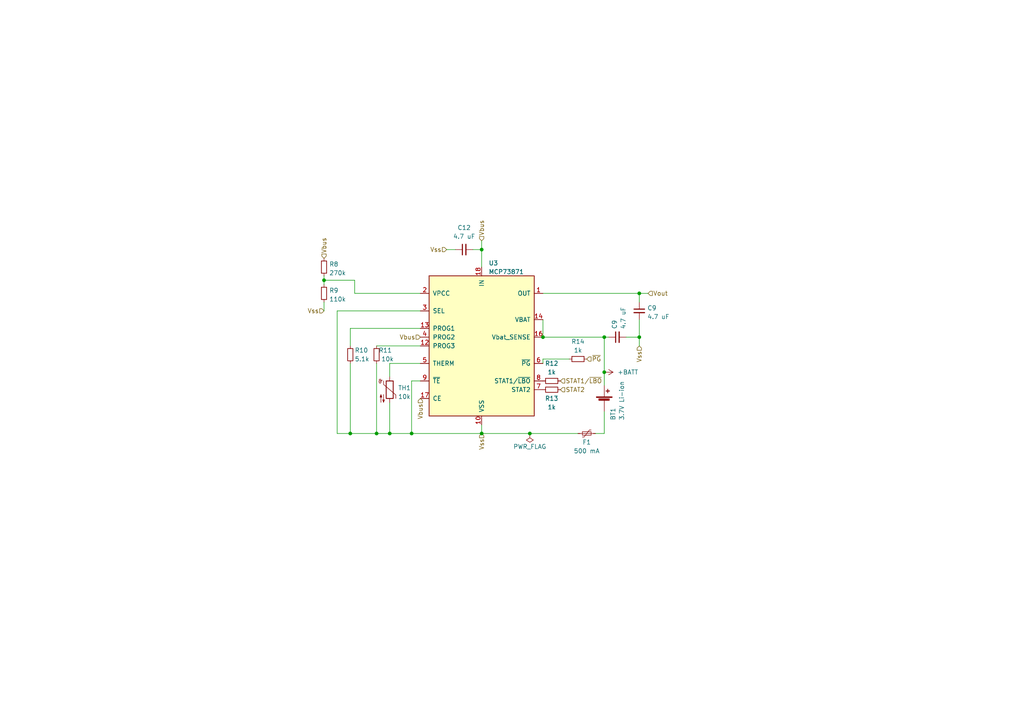
<source format=kicad_sch>
(kicad_sch (version 20230121) (generator eeschema)
  (paper "A4")
  (lib_symbols
    (symbol "Battery_Management:MCP73871" (pin_names (offset 1.016))
      (property "Reference" "U" (at -7.62 24.13 0))
      (property "Value" "MCP73871" (at -15.24 21.59 0))
      (symbol "MCP73871_0_1"
        (rectangle (start -15.24 20.32) (end 15.24 -20.32) (stroke (width 0.254)) (fill (type background)))
      )
      (symbol "MCP73871_1_1"
        (pin power_out line (at 17.78 15.24 180) (length 2.54) (name "OUT") (number "1"))
        (pin power_in line (at 0 -22.86 90) (length 2.54) (name "VSS") (number "10"))
        (pin passive line (at 0 -22.86 90) (length 2.54) hide (name "VSS") (number "11"))
        (pin bidirectional line (at -17.78 0 0) (length 2.54) (name "PROG3") (number "12"))
        (pin bidirectional line (at -17.78 5.08 0) (length 2.54) (name "PROG1") (number "13"))
        (pin power_out line (at 17.78 7.62 180) (length 2.54) (name "VBAT") (number "14"))
        (pin passive line (at 17.78 7.62 180) (length 2.54) hide (name "VBAT") (number "15"))
        (pin input line (at 17.78 2.54 180) (length 2.54) (name "Vbat_SENSE") (number "16"))
        (pin input line (at -17.78 -15.24 0) (length 2.54) (name "CE") (number "17"))
        (pin power_in line (at 0 22.86 270) (length 2.54) (name "IN") (number "18"))
        (pin passive line (at 0 22.86 270) (length 2.54) hide (name "IN") (number "19"))
        (pin input line (at -17.78 15.24 0) (length 2.54) (name "VPCC") (number "2"))
        (pin passive line (at 17.78 15.24 180) (length 2.54) hide (name "OUT") (number "20"))
        (pin passive line (at 0 -22.86 90) (length 2.54) hide (name "VSS") (number "21"))
        (pin input line (at -17.78 10.16 0) (length 2.54) (name "SEL") (number "3"))
        (pin input line (at -17.78 2.54 0) (length 2.54) (name "PROG2") (number "4"))
        (pin bidirectional line (at -17.78 -5.08 0) (length 2.54) (name "THERM") (number "5"))
        (pin open_collector line (at 17.78 -5.08 180) (length 2.54) (name "~{PG}") (number "6"))
        (pin open_collector line (at 17.78 -12.7 180) (length 2.54) (name "STAT2") (number "7"))
        (pin open_collector line (at 17.78 -10.16 180) (length 2.54) (name "STAT1/~{LBO}") (number "8"))
        (pin input line (at -17.78 -10.16 0) (length 2.54) (name "~{TE}") (number "9"))
      )
    )
    (symbol "Device:Battery_Cell" (pin_numbers hide) (pin_names (offset 0) hide)
      (property "Reference" "BT1" (at -2.8667 2.921 0))
      (property "Value" "Battery_Cell" (at 3.175 -2.54 90))
      (symbol "Battery_Cell_0_1"
        (rectangle (start -2.286 1.778) (end 2.286 1.524) (fill (type outline)))
        (rectangle (start -1.5748 1.1938) (end 1.4732 0.6858) (fill (type outline)))
        (polyline (pts (xy 0 0.762) (xy 0 0)))
        (polyline (pts (xy 0 1.778) (xy 0 2.54)))
        (polyline (pts (xy 0.508 3.429) (xy 1.524 3.429)) (stroke (width 0.254)))
        (polyline (pts (xy 1.016 3.937) (xy 1.016 2.921)) (stroke (width 0.254)))
      )
      (symbol "Battery_Cell_1_1"
        (pin passive line (at 0 5.08 270) (length 2.54) (name "+") (number "1"))
        (pin passive line (at 0 -2.54 90) (length 2.54) (name "-") (number "2"))
      )
    )
    (symbol "Device:C_Small" (pin_numbers hide) (pin_names (offset 0.254) hide)
      (property "Reference" "C" (at 0.254 1.778 0))
      (property "Value" "C_Small" (at 0.254 -2.032 0))
      (symbol "C_Small_0_1"
        (polyline (pts (xy -1.524 -0.508) (xy 1.524 -0.508)) (stroke (width 0.3302)))
        (polyline (pts (xy -1.524 0.508) (xy 1.524 0.508)) (stroke (width 0.3048)))
      )
      (symbol "C_Small_1_1"
        (pin passive line (at 0 2.54 270) (length 2.032) (name "~") (number "1"))
        (pin passive line (at 0 -2.54 90) (length 2.032) (name "~") (number "2"))
      )
    )
    (symbol "Device:Polyfuse_Small" (pin_numbers hide) (pin_names (offset 0))
      (property "Reference" "F" (at -1.905 0 90))
      (property "Value" "Polyfuse_Small" (at 1.905 0 90))
      (symbol "Polyfuse_Small_0_1"
        (rectangle (start -0.508 1.27) (end 0.508 -1.27))
        (polyline (pts (xy 0 2.54) (xy 0 -2.54)))
        (polyline (pts (xy -1.016 1.27) (xy -1.016 0.762) (xy 1.016 -0.762) (xy 1.016 -1.27)))
      )
      (symbol "Polyfuse_Small_1_1"
        (pin passive line (at 0 2.54 270) (length 0.635) (name "~") (number "1"))
        (pin passive line (at 0 -2.54 90) (length 0.635) (name "~") (number "2"))
      )
    )
    (symbol "Device:R_Small" (pin_numbers hide) (pin_names (offset 0.254) hide)
      (property "Reference" "R" (at 0.762 0.508 0))
      (property "Value" "R_Small" (at 0.762 -1.016 0))
      (symbol "R_Small_0_1"
        (rectangle (start -0.762 1.778) (end 0.762 -1.778) (stroke (width 0.2032)))
      )
      (symbol "R_Small_1_1"
        (pin passive line (at 0 2.54 270) (length 0.762) (name "~") (number "1"))
        (pin passive line (at 0 -2.54 90) (length 0.762) (name "~") (number "2"))
      )
    )
    (symbol "Device:Thermistor_NTC" (pin_numbers hide) (pin_names (offset 0))
      (property "Reference" "TH" (at -4.445 0 90))
      (property "Value" "Thermistor_NTC" (at 3.175 0 90))
      (symbol "Thermistor_NTC_0_1"
        (arc (start -3.048 2.159) (mid -3.0505 2.3165) (end -3.175 2.413))
        (arc (start -3.048 2.159) (mid -2.9736 1.9794) (end -2.794 1.905))
        (arc (start -3.048 2.794) (mid -2.9736 2.6144) (end -2.794 2.54))
        (arc (start -2.794 1.905) (mid -2.6144 1.9794) (end -2.54 2.159))
        (arc (start -2.794 2.54) (mid -2.434 2.5608) (end -2.159 2.794))
        (arc (start -2.794 3.048) (mid -2.9736 2.9736) (end -3.048 2.794))
        (arc (start -2.54 2.794) (mid -2.6144 2.9736) (end -2.794 3.048))
        (rectangle (start -1.016 2.54) (end 1.016 -2.54) (stroke (width 0.254)))
        (polyline (pts (xy -2.54 2.159) (xy -2.54 2.794)))
        (polyline (pts (xy -1.778 2.54) (xy -1.778 1.524) (xy 1.778 -1.524) (xy 1.778 -2.54)))
        (polyline (pts (xy -2.54 -3.683) (xy -2.54 -1.397) (xy -2.794 -2.159) (xy -2.286 -2.159) (xy -2.54 -1.397) (xy -2.54 -1.651)) (fill (type outline)))
        (polyline (pts (xy -1.778 -1.397) (xy -1.778 -3.683) (xy -2.032 -2.921) (xy -1.524 -2.921) (xy -1.778 -3.683) (xy -1.778 -3.429)) (fill (type outline)))
      )
      (symbol "Thermistor_NTC_1_1"
        (pin passive line (at 0 3.81 270) (length 1.27) (name "~") (number "1"))
        (pin passive line (at 0 -3.81 90) (length 1.27) (name "~") (number "2"))
      )
    )
    (symbol "power:+BATT" (power) (pin_names (offset 0))
      (property "Value" "+BATT" (at 0 3.556 0))
      (symbol "+BATT_0_1"
        (polyline (pts (xy -0.762 1.27) (xy 0 2.54)))
        (polyline (pts (xy 0 0) (xy 0 2.54)))
        (polyline (pts (xy 0 2.54) (xy 0.762 1.27)))
      )
      (symbol "+BATT_1_1"
        (pin power_in line (at 0 0 90) (length 0) hide (name "+BATT") (number "1"))
      )
    )
    (symbol "power:PWR_FLAG" (power) (pin_numbers hide) (pin_names (offset 0) hide)
      (property "Value" "PWR_FLAG" (at 0 3.81 0))
      (symbol "PWR_FLAG_0_0"
        (pin power_out line (at 0 0 90) (length 0) (name "pwr") (number "1"))
      )
      (symbol "PWR_FLAG_0_1"
        (polyline (pts (xy 0 0) (xy 0 1.27) (xy -1.016 1.905) (xy 0 2.54) (xy 1.016 1.905) (xy 0 1.27)))
      )
    )
  )
  (junction (at 157.48 97.79))
  (junction (at 109.22 125.73))
  (junction (at 101.6 125.73))
  (junction (at 175.26 97.79))
  (junction (at 185.42 85.09))
  (junction (at 119.38 125.73))
  (junction (at 93.98 81.28))
  (junction (at 153.67 125.73))
  (junction (at 113.03 125.73))
  (junction (at 139.7 72.39))
  (junction (at 175.26 107.95))
  (junction (at 139.7 125.73))
  (junction (at 185.42 97.79))
  (wire (pts (xy 157.48 92.71) (xy 157.48 97.79)))
  (wire (pts (xy 175.26 119.38) (xy 175.26 125.73)))
  (wire (pts (xy 185.42 85.09) (xy 185.42 87.63)))
  (wire (pts (xy 157.48 97.79) (xy 175.26 97.79)))
  (wire (pts (xy 97.79 125.73) (xy 101.6 125.73)))
  (wire (pts (xy 153.67 125.73) (xy 167.64 125.73)))
  (wire (pts (xy 101.6 95.25) (xy 121.92 95.25)))
  (wire (pts (xy 121.92 110.49) (xy 119.38 110.49)))
  (wire (pts (xy 139.7 123.19) (xy 139.7 125.73)))
  (wire (pts (xy 181.61 97.79) (xy 185.42 97.79)))
  (wire (pts (xy 137.16 72.39) (xy 139.7 72.39)))
  (wire (pts (xy 101.6 100.33) (xy 101.6 95.25)))
  (wire (pts (xy 165.1 104.14) (xy 157.48 104.14)))
  (wire (pts (xy 101.6 105.41) (xy 101.6 125.73)))
  (wire (pts (xy 93.98 81.28) (xy 93.98 80.01)))
  (wire (pts (xy 185.42 100.33) (xy 185.42 97.79)))
  (wire (pts (xy 119.38 125.73) (xy 139.7 125.73)))
  (wire (pts (xy 139.7 72.39) (xy 139.7 77.47)))
  (wire (pts (xy 185.42 85.09) (xy 187.96 85.09)))
  (wire (pts (xy 185.42 92.71) (xy 185.42 97.79)))
  (wire (pts (xy 176.53 97.79) (xy 175.26 97.79)))
  (wire (pts (xy 101.6 125.73) (xy 109.22 125.73)))
  (wire (pts (xy 157.48 85.09) (xy 185.42 85.09)))
  (wire (pts (xy 102.87 81.28) (xy 102.87 85.09)))
  (wire (pts (xy 157.48 104.14) (xy 157.48 105.41)))
  (wire (pts (xy 129.54 72.39) (xy 132.08 72.39)))
  (wire (pts (xy 97.79 90.17) (xy 97.79 125.73)))
  (wire (pts (xy 119.38 110.49) (xy 119.38 125.73)))
  (wire (pts (xy 139.7 69.85) (xy 139.7 72.39)))
  (wire (pts (xy 109.22 100.33) (xy 121.92 100.33)))
  (wire (pts (xy 109.22 125.73) (xy 109.22 105.41)))
  (wire (pts (xy 175.26 125.73) (xy 172.72 125.73)))
  (wire (pts (xy 153.67 125.73) (xy 139.7 125.73)))
  (wire (pts (xy 93.98 90.17) (xy 93.98 87.63)))
  (wire (pts (xy 102.87 85.09) (xy 121.92 85.09)))
  (wire (pts (xy 175.26 97.79) (xy 175.26 107.95)))
  (wire (pts (xy 113.03 125.73) (xy 119.38 125.73)))
  (wire (pts (xy 113.03 116.84) (xy 113.03 125.73)))
  (wire (pts (xy 175.26 107.95) (xy 175.26 111.76)))
  (wire (pts (xy 109.22 125.73) (xy 113.03 125.73)))
  (wire (pts (xy 121.92 90.17) (xy 97.79 90.17)))
  (wire (pts (xy 93.98 82.55) (xy 93.98 81.28)))
  (wire (pts (xy 113.03 105.41) (xy 113.03 109.22)))
  (wire (pts (xy 121.92 105.41) (xy 113.03 105.41)))
  (wire (pts (xy 93.98 81.28) (xy 102.87 81.28)))
  (hierarchical_label "Vbus" (shape input) (at 93.98 74.93 90))
  (hierarchical_label "Vss" (shape input) (at 139.7 125.73 270))
  (hierarchical_label "Vss" (shape input) (at 185.42 100.33 270))
  (hierarchical_label "STAT2" (shape input) (at 162.56 113.03 0))
  (hierarchical_label "Vbus" (shape input) (at 121.92 115.57 270))
  (hierarchical_label "Vout" (shape input) (at 187.96 85.09 0))
  (hierarchical_label "Vss" (shape input) (at 129.54 72.39 180))
  (hierarchical_label "Vbus" (shape input) (at 121.92 97.79 180))
  (hierarchical_label "STAT1{slash}~{LBO}" (shape input) (at 162.56 110.49 0))
  (hierarchical_label "Vss" (shape input) (at 93.98 90.17 180))
  (hierarchical_label "Vbus" (shape input) (at 139.7 69.85 90))
  (hierarchical_label "~{PG}" (shape input) (at 170.18 104.14 0))
  (symbol (lib_id "Device:R_Small") (at 160.02 110.49 90) (unit 1)
    (property "Reference" "R12" (at 160.02 105.41 90))
    (property "Value" "1k" (at 160.02 107.95 90))
    (property "Footprint" "Resistor_SMD:R_0603_1608Metric" (effects hide))
  )
  (symbol (lib_id "power:+BATT") (at 175.26 107.95 270) (unit 1)
    (property "Reference" "#PWR029" (effects hide))
    (property "Value" "+BATT" (at 179.07 107.95 90) (effects (justify left)))
  )
  (symbol (lib_id "Device:R_Small") (at 109.22 102.87 180) (unit 1)
    (property "Reference" "R11" (at 111.76 101.6 0))
    (property "Value" "10k" (at 112.395 104.14 0))
    (property "Footprint" "Resistor_SMD:R_0603_1608Metric" (effects hide))
  )
  (symbol (lib_id "Device:C_Small") (at 134.62 72.39 90) (unit 1)
    (property "Reference" "C12" (at 134.6263 66.04 90))
    (property "Value" "4.7 uF" (at 134.6263 68.58 90))
    (property "Footprint" "Capacitor_SMD:C_0603_1608Metric" (effects hide))
  )
  (symbol (lib_id "Device:R_Small") (at 101.6 102.87 180) (unit 1)
    (property "Reference" "R10" (at 102.87 101.6 0) (effects (justify right)))
    (property "Value" "5.1k" (at 102.87 104.1369 0) (effects (justify right)))
    (property "Footprint" "Resistor_SMD:R_0603_1608Metric" (effects hide))
  )
  (symbol (lib_id "Device:Thermistor_NTC") (at 113.03 113.03 0) (unit 1)
    (property "Reference" "TH1" (at 115.443 112.5128 0) (effects (justify left)))
    (property "Value" "10k" (at 115.443 115.0497 0) (effects (justify left)))
    (property "Footprint" "Resistor_SMD:R_0603_1608Metric" (effects hide))
  )
  (symbol (lib_id "Device:Battery_Cell") (at 175.26 116.84 0) (unit 1)
    (property "Reference" "BT1" (at 177.8 121.92 90) (effects (justify left)))
    (property "Value" "3.7V Li-ion" (at 180.3369 121.92 90) (effects (justify left)))
    (property "Footprint" "Project_local_footprints:Battery-wires-solderfootprint" (effects hide))
  )
  (symbol (lib_id "Device:Polyfuse_Small") (at 170.18 125.73 90) (unit 1)
    (property "Reference" "F1" (at 170.18 128.27 90))
    (property "Value" "500 mA" (at 170.18 130.81 90))
    (property "Footprint" "Fuse:Fuse_0603_1608Metric_Pad1.05x0.95mm_HandSolder" (effects hide))
    (property "Comment" "0603L050YR" (effects hide))
  )
  (symbol (lib_id "Device:C_Small") (at 179.07 97.79 90) (unit 1)
    (property "Reference" "C9" (at 178.2416 95.4659 0) (effects (justify left)))
    (property "Value" "4.7 uF" (at 180.7785 95.4659 0) (effects (justify left)))
    (property "Footprint" "Capacitor_SMD:C_0603_1608Metric" (effects hide))
    (instances (project "ClockRev5" (path "" (reference "C9") (unit 1)) (path "" (reference "C14") (unit 1))))
  )
  (symbol (lib_id "Device:C_Small") (at 185.42 90.17 0) (unit 1)
    (property "Reference" "C9" (at 187.7441 89.3416 0) (effects (justify left)))
    (property "Value" "4.7 uF" (at 187.7441 91.8785 0) (effects (justify left)))
    (property "Footprint" "Capacitor_SMD:C_0603_1608Metric" (effects hide))
  )
  (symbol (lib_id "power:PWR_FLAG") (at 153.67 125.73 180) (unit 1)
    (property "Reference" "#FLG01" (effects hide))
    (property "Value" "PWR_FLAG" (at 153.67 129.54 0))
  )
  (symbol (lib_id "Device:R_Small") (at 167.64 104.14 90) (unit 1)
    (property "Reference" "R14" (at 167.64 99.06 90))
    (property "Value" "1k" (at 167.64 101.6 90))
    (property "Footprint" "Resistor_SMD:R_0603_1608Metric" (effects hide))
  )
  (symbol (lib_id "Device:R_Small") (at 93.98 77.47 180) (unit 1)
    (property "Reference" "R8" (at 95.4786 76.6353 0) (effects (justify right)))
    (property "Value" "270k" (at 95.4786 79.1722 0) (effects (justify right)))
    (property "Footprint" "Resistor_SMD:R_0603_1608Metric" (effects hide))
  )
  (symbol (lib_id "Device:R_Small") (at 160.02 113.03 90) (unit 1)
    (property "Reference" "R13" (at 160.02 115.5731 90))
    (property "Value" "1k" (at 160.02 118.11 90))
    (property "Footprint" "Resistor_SMD:R_0603_1608Metric" (effects hide))
  )
  (symbol (lib_id "Device:R_Small") (at 93.98 85.09 180) (unit 1)
    (property "Reference" "R9" (at 95.4786 84.2553 0) (effects (justify right)))
    (property "Value" "110k" (at 95.4786 86.7922 0) (effects (justify right)))
    (property "Footprint" "Resistor_SMD:R_0603_1608Metric" (effects hide))
  )
  (symbol (lib_id "Battery_Management:MCP73871") (at 139.7 100.33 0) (unit 1)
    (property "Reference" "U3" (at 141.7194 76.3102 0) (effects (justify left)))
    (property "Value" "MCP73871" (at 141.7194 78.8471 0) (effects (justify left)))
    (property "Footprint" "Package_DFN_QFN:QFN-20-1EP_4x4mm_P0.5mm_EP2.5x2.5mm" (effects hide))
    (property "Datasheet" "http://www.mouser.com/ds/2/268/22090a-52174.pdf" (effects hide))
  )
)
</source>
